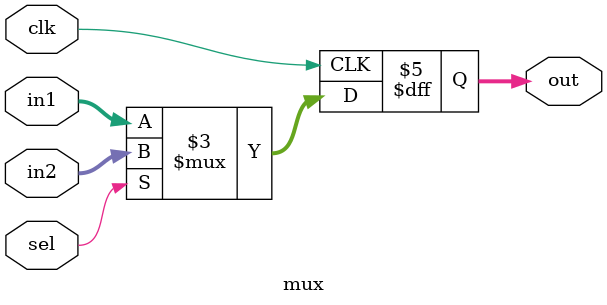
<source format=v>

module devision_datapath(lda,ldb,clrp,incp,selin,lt,gt,eq,clk,data_in);
 input [4:0] data_in;
 input lda,ldb,clrp,incp,selin,clk;
 output lt,gt,eq;
 wire [4:0] a_out,b_out,out,bus,p;
 pipo1 A(a_out,bus,lda,clk);
 pipo2 B(b_out,bus,ldb,clk);
 pipo3 P(p,clrp,incp,clk);
 subtractor S(out,a_out,b_out);
 comparator comp(lt,gt,eq,out,b_out);
 mux m(bus,data_in,out,selin,clk);
endmodule

module pipo1(out,in,lda,clk);
 input [4:0] in;
 input clk,lda;
 output reg [4:0] out;
 always @(posedge clk)
 begin
  if(lda) out <= in; 
 end
endmodule

module pipo2(out,in,ldb,clk);
 input [4:0] in;
 input ldb,clk;
 output  reg [4:0] out;
 always @(posedge clk)
 begin
  if(ldb) out <= in;
 end
endmodule 

module pipo3(p,clrp,incp,clk);
 input incp,clrp,clk;
 output reg [4:0] p;
 always @(posedge clk)
 begin 
  if(clrp) p<=5'b00000;
  else if(incp) p <= p + 5'b00001;
 end 
endmodule


module subtractor (out,in1,in2);
 input [4:0] in1,in2;
 output reg [4:0] out;
 always @(*)
 begin 
  out <= in1-in2;
 end
endmodule 


module comparator (lt,gt,eq,in1,in2);
 input [4:0] in1,in2;
 output reg  lt,gt,eq;
 always @(*)
 begin 
  if(in1 < in2) lt = 1;
  else gt = 1;
  
 end 
endmodule 


module mux(out,in1,in2,sel,clk);
 input [4:0] in1,in2;
 input clk,sel;
 output reg [4:0] out;
 always @(posedge clk)
 begin
  if(sel) out <= in2;
  else out <= in1;
 end  
endmodule 

</source>
